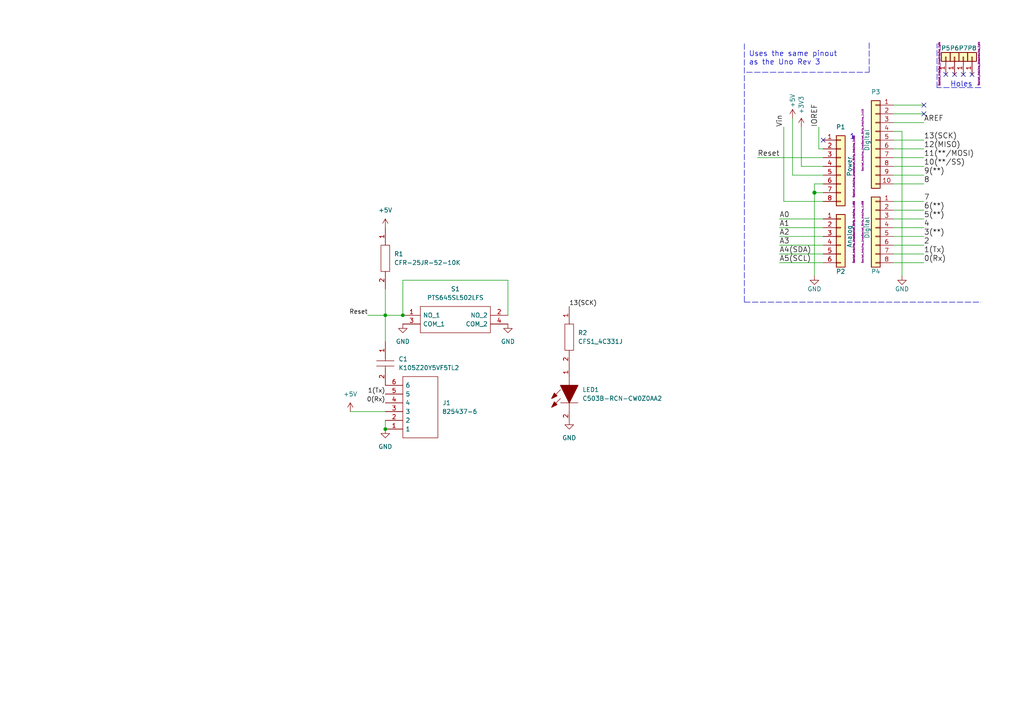
<source format=kicad_sch>
(kicad_sch (version 20211123) (generator eeschema)
  (paper "A4")
  (title_block (date "lun. 30 mars 2015"))
  (lib_symbols
    (symbol "Connector_Generic:Conn_01x01" (pin_names (offset 1.016) hide)
      (property "Reference" "J" (at 0 2.54 0))
      (property "Value" "Conn_01x01" (at 0 -2.54 0))
      (symbol "Conn_01x01_1_1"
        (rectangle (start -1.27 0.127) (end 0 -0.127) (stroke (width 0.1524)))
        (rectangle (start -1.27 1.27) (end 1.27 -1.27) (stroke (width 0.254)) (fill (type background)))
        (pin passive line (at -5.08 0 0) (length 3.81) (name "Pin_1") (number "1"))
      )
    )
    (symbol "Connector_Generic:Conn_01x06" (pin_names (offset 1.016) hide)
      (property "Reference" "J" (at 0 7.62 0))
      (property "Value" "Conn_01x06" (at 0 -10.16 0))
      (symbol "Conn_01x06_1_1"
        (rectangle (start -1.27 -7.493) (end 0 -7.747) (stroke (width 0.1524)))
        (rectangle (start -1.27 -4.953) (end 0 -5.207) (stroke (width 0.1524)))
        (rectangle (start -1.27 -2.413) (end 0 -2.667) (stroke (width 0.1524)))
        (rectangle (start -1.27 0.127) (end 0 -0.127) (stroke (width 0.1524)))
        (rectangle (start -1.27 2.667) (end 0 2.413) (stroke (width 0.1524)))
        (rectangle (start -1.27 5.207) (end 0 4.953) (stroke (width 0.1524)))
        (rectangle (start -1.27 6.35) (end 1.27 -8.89) (stroke (width 0.254)) (fill (type background)))
        (pin passive line (at -5.08 5.08 0) (length 3.81) (name "Pin_1") (number "1"))
        (pin passive line (at -5.08 2.54 0) (length 3.81) (name "Pin_2") (number "2"))
        (pin passive line (at -5.08 0 0) (length 3.81) (name "Pin_3") (number "3"))
        (pin passive line (at -5.08 -2.54 0) (length 3.81) (name "Pin_4") (number "4"))
        (pin passive line (at -5.08 -5.08 0) (length 3.81) (name "Pin_5") (number "5"))
        (pin passive line (at -5.08 -7.62 0) (length 3.81) (name "Pin_6") (number "6"))
      )
    )
    (symbol "Connector_Generic:Conn_01x08" (pin_names (offset 1.016) hide)
      (property "Reference" "J" (at 0 10.16 0))
      (property "Value" "Conn_01x08" (at 0 -12.7 0))
      (symbol "Conn_01x08_1_1"
        (rectangle (start -1.27 -10.033) (end 0 -10.287) (stroke (width 0.1524)))
        (rectangle (start -1.27 -7.493) (end 0 -7.747) (stroke (width 0.1524)))
        (rectangle (start -1.27 -4.953) (end 0 -5.207) (stroke (width 0.1524)))
        (rectangle (start -1.27 -2.413) (end 0 -2.667) (stroke (width 0.1524)))
        (rectangle (start -1.27 0.127) (end 0 -0.127) (stroke (width 0.1524)))
        (rectangle (start -1.27 2.667) (end 0 2.413) (stroke (width 0.1524)))
        (rectangle (start -1.27 5.207) (end 0 4.953) (stroke (width 0.1524)))
        (rectangle (start -1.27 7.747) (end 0 7.493) (stroke (width 0.1524)))
        (rectangle (start -1.27 8.89) (end 1.27 -11.43) (stroke (width 0.254)) (fill (type background)))
        (pin passive line (at -5.08 7.62 0) (length 3.81) (name "Pin_1") (number "1"))
        (pin passive line (at -5.08 5.08 0) (length 3.81) (name "Pin_2") (number "2"))
        (pin passive line (at -5.08 2.54 0) (length 3.81) (name "Pin_3") (number "3"))
        (pin passive line (at -5.08 0 0) (length 3.81) (name "Pin_4") (number "4"))
        (pin passive line (at -5.08 -2.54 0) (length 3.81) (name "Pin_5") (number "5"))
        (pin passive line (at -5.08 -5.08 0) (length 3.81) (name "Pin_6") (number "6"))
        (pin passive line (at -5.08 -7.62 0) (length 3.81) (name "Pin_7") (number "7"))
        (pin passive line (at -5.08 -10.16 0) (length 3.81) (name "Pin_8") (number "8"))
      )
    )
    (symbol "Connector_Generic:Conn_01x10" (pin_names (offset 1.016) hide)
      (property "Reference" "J" (at 0 12.7 0))
      (property "Value" "Conn_01x10" (at 0 -15.24 0))
      (symbol "Conn_01x10_1_1"
        (rectangle (start -1.27 -12.573) (end 0 -12.827) (stroke (width 0.1524)))
        (rectangle (start -1.27 -10.033) (end 0 -10.287) (stroke (width 0.1524)))
        (rectangle (start -1.27 -7.493) (end 0 -7.747) (stroke (width 0.1524)))
        (rectangle (start -1.27 -4.953) (end 0 -5.207) (stroke (width 0.1524)))
        (rectangle (start -1.27 -2.413) (end 0 -2.667) (stroke (width 0.1524)))
        (rectangle (start -1.27 0.127) (end 0 -0.127) (stroke (width 0.1524)))
        (rectangle (start -1.27 2.667) (end 0 2.413) (stroke (width 0.1524)))
        (rectangle (start -1.27 5.207) (end 0 4.953) (stroke (width 0.1524)))
        (rectangle (start -1.27 7.747) (end 0 7.493) (stroke (width 0.1524)))
        (rectangle (start -1.27 10.287) (end 0 10.033) (stroke (width 0.1524)))
        (rectangle (start -1.27 11.43) (end 1.27 -13.97) (stroke (width 0.254)) (fill (type background)))
        (pin passive line (at -5.08 10.16 0) (length 3.81) (name "Pin_1") (number "1"))
        (pin passive line (at -5.08 -12.7 0) (length 3.81) (name "Pin_10") (number "10"))
        (pin passive line (at -5.08 7.62 0) (length 3.81) (name "Pin_2") (number "2"))
        (pin passive line (at -5.08 5.08 0) (length 3.81) (name "Pin_3") (number "3"))
        (pin passive line (at -5.08 2.54 0) (length 3.81) (name "Pin_4") (number "4"))
        (pin passive line (at -5.08 0 0) (length 3.81) (name "Pin_5") (number "5"))
        (pin passive line (at -5.08 -2.54 0) (length 3.81) (name "Pin_6") (number "6"))
        (pin passive line (at -5.08 -5.08 0) (length 3.81) (name "Pin_7") (number "7"))
        (pin passive line (at -5.08 -7.62 0) (length 3.81) (name "Pin_8") (number "8"))
        (pin passive line (at -5.08 -10.16 0) (length 3.81) (name "Pin_9") (number "9"))
      )
    )
    (symbol "ardustack-io:825437-6" (pin_names (offset 0.762))
      (property "Reference" "J" (at 16.51 7.62 0))
      (property "Value" "825437-6" (at 16.51 5.08 0))
      (symbol "825437-6_0_0"
        (pin passive line (at 0 0 0) (length 5.08) (name "1") (number "1"))
        (pin passive line (at 0 -2.54 0) (length 5.08) (name "2") (number "2"))
        (pin passive line (at 0 -5.08 0) (length 5.08) (name "3") (number "3"))
        (pin passive line (at 0 -7.62 0) (length 5.08) (name "4") (number "4"))
        (pin passive line (at 0 -10.16 0) (length 5.08) (name "5") (number "5"))
        (pin passive line (at 0 -12.7 0) (length 5.08) (name "6") (number "6"))
      )
      (symbol "825437-6_0_1"
        (polyline (pts (xy 5.08 2.54) (xy 15.24 2.54) (xy 15.24 -15.24) (xy 5.08 -15.24) (xy 5.08 2.54)) (stroke (width 0.1524)))
      )
    )
    (symbol "ardustack-io:C503B-RCN-CW0Z0AA2" (pin_names (offset 0.762))
      (property "Reference" "LED" (at 12.7 8.89 0))
      (property "Value" "C503B-RCN-CW0Z0AA2" (at 12.7 6.35 0))
      (symbol "C503B-RCN-CW0Z0AA2_0_0"
        (pin passive line (at 15.24 0 180) (length 2.54) (name "~") (number "1"))
        (pin passive line (at 0 0 0) (length 2.54) (name "~") (number "2"))
      )
      (symbol "C503B-RCN-CW0Z0AA2_0_1"
        (polyline (pts (xy 2.54 0) (xy 5.08 0)) (stroke (width 0.1524)))
        (polyline (pts (xy 5.08 2.54) (xy 5.08 -2.54)) (stroke (width 0.1524)))
        (polyline (pts (xy 6.35 2.54) (xy 3.81 5.08)) (stroke (width 0.1524)))
        (polyline (pts (xy 8.89 2.54) (xy 6.35 5.08)) (stroke (width 0.1524)))
        (polyline (pts (xy 10.16 0) (xy 12.7 0)) (stroke (width 0.1524)))
        (polyline (pts (xy 5.08 0) (xy 10.16 2.54) (xy 10.16 -2.54) (xy 5.08 0)) (stroke (width 0.254)) (fill (type outline)))
        (polyline (pts (xy 5.334 4.318) (xy 4.572 3.556) (xy 3.81 5.08) (xy 5.334 4.318)) (stroke (width 0.254)) (fill (type outline)))
        (polyline (pts (xy 7.874 4.318) (xy 7.112 3.556) (xy 6.35 5.08) (xy 7.874 4.318)) (stroke (width 0.254)) (fill (type outline)))
      )
    )
    (symbol "ardustack-io:CFR-25JR-52-10K" (pin_names (offset 0.762))
      (property "Reference" "R" (at 13.97 6.35 0))
      (property "Value" "CFR-25JR-52-10K" (at 13.97 3.81 0))
      (symbol "CFR-25JR-52-10K_0_0"
        (pin passive line (at 0 0 0) (length 5.08) (name "~") (number "1"))
        (pin passive line (at 17.78 0 180) (length 5.08) (name "~") (number "2"))
      )
      (symbol "CFR-25JR-52-10K_0_1"
        (polyline (pts (xy 5.08 1.27) (xy 12.7 1.27) (xy 12.7 -1.27) (xy 5.08 -1.27) (xy 5.08 1.27)) (stroke (width 0.1524)))
      )
    )
    (symbol "ardustack-io:CFS1_4C331J" (pin_names (offset 0.762))
      (property "Reference" "R" (at 13.97 6.35 0))
      (property "Value" "CFS1_4C331J" (at 13.97 3.81 0))
      (symbol "CFS1_4C331J_0_0"
        (pin passive line (at 0 0 0) (length 5.08) (name "~") (number "1"))
        (pin passive line (at 17.78 0 180) (length 5.08) (name "~") (number "2"))
      )
      (symbol "CFS1_4C331J_0_1"
        (polyline (pts (xy 5.08 1.27) (xy 12.7 1.27) (xy 12.7 -1.27) (xy 5.08 -1.27) (xy 5.08 1.27)) (stroke (width 0.1524)))
      )
    )
    (symbol "ardustack-io:K105Z20Y5VF5TL2" (pin_names (offset 0.762))
      (property "Reference" "C" (at 8.89 6.35 0))
      (property "Value" "K105Z20Y5VF5TL2" (at 8.89 3.81 0))
      (symbol "K105Z20Y5VF5TL2_0_0"
        (pin passive line (at 0 0 0) (length 5.08) (name "~") (number "1"))
        (pin passive line (at 12.7 0 180) (length 5.08) (name "~") (number "2"))
      )
      (symbol "K105Z20Y5VF5TL2_0_1"
        (polyline (pts (xy 5.08 0) (xy 5.588 0)) (stroke (width 0.1524)))
        (polyline (pts (xy 5.588 2.54) (xy 5.588 -2.54)) (stroke (width 0.1524)))
        (polyline (pts (xy 7.112 0) (xy 7.62 0)) (stroke (width 0.1524)))
        (polyline (pts (xy 7.112 2.54) (xy 7.112 -2.54)) (stroke (width 0.1524)))
      )
    )
    (symbol "ardustack-io:PTS645SL502LFS" (pin_names (offset 0.762))
      (property "Reference" "S" (at 26.67 7.62 0))
      (property "Value" "PTS645SL502LFS" (at 26.67 5.08 0))
      (symbol "PTS645SL502LFS_0_0"
        (pin passive line (at 0 0 0) (length 5.08) (name "NO_1") (number "1"))
        (pin passive line (at 30.48 0 180) (length 5.08) (name "NO_2") (number "2"))
        (pin passive line (at 0 -2.54 0) (length 5.08) (name "COM_1") (number "3"))
        (pin passive line (at 30.48 -2.54 180) (length 5.08) (name "COM_2") (number "4"))
      )
      (symbol "PTS645SL502LFS_0_1"
        (polyline (pts (xy 5.08 2.54) (xy 25.4 2.54) (xy 25.4 -5.08) (xy 5.08 -5.08) (xy 5.08 2.54)) (stroke (width 0.1524)))
      )
    )
    (symbol "power:+3.3V" (power) (pin_names (offset 0))
      (property "Value" "+3.3V" (at 0 3.556 0))
      (symbol "+3.3V_0_1"
        (polyline (pts (xy -0.762 1.27) (xy 0 2.54)))
        (polyline (pts (xy 0 0) (xy 0 2.54)))
        (polyline (pts (xy 0 2.54) (xy 0.762 1.27)))
      )
      (symbol "+3.3V_1_1"
        (pin power_in line (at 0 0 90) (length 0) hide (name "+3V3") (number "1"))
      )
    )
    (symbol "power:+5V" (power) (pin_names (offset 0))
      (property "Value" "+5V" (at 0 3.556 0))
      (symbol "+5V_0_1"
        (polyline (pts (xy -0.762 1.27) (xy 0 2.54)))
        (polyline (pts (xy 0 0) (xy 0 2.54)))
        (polyline (pts (xy 0 2.54) (xy 0.762 1.27)))
      )
      (symbol "+5V_1_1"
        (pin power_in line (at 0 0 90) (length 0) hide (name "+5V") (number "1"))
      )
    )
    (symbol "power:GND" (power) (pin_names (offset 0))
      (property "Value" "GND" (at 0 -3.81 0))
      (symbol "GND_0_1"
        (polyline (pts (xy 0 0) (xy 0 -1.27) (xy 1.27 -1.27) (xy 0 -2.54) (xy -1.27 -1.27) (xy 0 -1.27)))
      )
      (symbol "GND_1_1"
        (pin power_in line (at 0 0 270) (length 0) hide (name "GND") (number "1"))
      )
    )
  )
  (junction (at 111.76 124.46))
  (junction (at 236.22 55.88) (diameter 1.016))
  (junction (at 116.84 91.44))
  (junction (at 111.76 91.44))
  (no_connect (at 267.97 30.48))
  (no_connect (at 267.97 33.02))
  (no_connect (at 279.4 21.59))
  (no_connect (at 274.32 21.59))
  (no_connect (at 276.86 21.59))
  (no_connect (at 281.94 21.59))
  (no_connect (at 238.76 40.64))
  (wire (pts (xy 238.76 48.26) (xy 232.41 48.26)))
  (wire (pts (xy 238.76 71.12) (xy 226.06 71.12)))
  (wire (pts (xy 116.84 81.28) (xy 147.32 81.28)))
  (polyline (pts (xy 252.095 20.955) (xy 252.095 12.065)) (stroke (width 0) (type dash)))
  (wire (pts (xy 111.76 83.82) (xy 111.76 91.44)))
  (wire (pts (xy 259.08 63.5) (xy 267.97 63.5)))
  (wire (pts (xy 111.76 121.92) (xy 111.76 124.46)))
  (wire (pts (xy 236.22 53.34) (xy 236.22 55.88)))
  (wire (pts (xy 259.08 43.18) (xy 267.97 43.18)))
  (wire (pts (xy 261.62 38.1) (xy 261.62 80.01)))
  (wire (pts (xy 238.76 53.34) (xy 236.22 53.34)))
  (wire (pts (xy 116.84 91.44) (xy 116.84 81.28)))
  (wire (pts (xy 259.08 53.34) (xy 267.97 53.34)))
  (wire (pts (xy 237.49 43.18) (xy 238.76 43.18)))
  (wire (pts (xy 238.76 50.8) (xy 229.87 50.8)))
  (wire (pts (xy 259.08 40.64) (xy 267.97 40.64)))
  (wire (pts (xy 259.08 58.42) (xy 267.97 58.42)))
  (wire (pts (xy 238.76 66.04) (xy 226.06 66.04)))
  (wire (pts (xy 259.08 30.48) (xy 267.97 30.48)))
  (wire (pts (xy 111.76 91.44) (xy 116.84 91.44)))
  (wire (pts (xy 259.08 71.12) (xy 267.97 71.12)))
  (wire (pts (xy 101.6 119.38) (xy 111.76 119.38)))
  (wire (pts (xy 106.68 91.44) (xy 111.76 91.44)))
  (wire (pts (xy 238.76 58.42) (xy 227.33 58.42)))
  (wire (pts (xy 238.76 63.5) (xy 226.06 63.5)))
  (wire (pts (xy 259.08 45.72) (xy 267.97 45.72)))
  (wire (pts (xy 238.76 73.66) (xy 226.06 73.66)))
  (polyline (pts (xy 284.48 25.4) (xy 271.78 25.4)) (stroke (width 0) (type dash)))
  (wire (pts (xy 111.76 91.44) (xy 111.76 99.06)))
  (wire (pts (xy 238.76 45.72) (xy 219.71 45.72)))
  (wire (pts (xy 259.08 38.1) (xy 261.62 38.1)))
  (wire (pts (xy 238.76 55.88) (xy 236.22 55.88)))
  (wire (pts (xy 259.08 50.8) (xy 267.97 50.8)))
  (wire (pts (xy 236.22 55.88) (xy 236.22 80.01)))
  (wire (pts (xy 227.33 58.42) (xy 227.33 36.83)))
  (polyline (pts (xy 215.9 87.63) (xy 284.48 87.63)) (stroke (width 0) (type dash)))
  (wire (pts (xy 259.08 68.58) (xy 267.97 68.58)))
  (wire (pts (xy 238.76 76.2) (xy 226.06 76.2)))
  (wire (pts (xy 259.08 73.66) (xy 267.97 73.66)))
  (polyline (pts (xy 271.78 25.4) (xy 271.78 12.7)) (stroke (width 0) (type dash)))
  (wire (pts (xy 259.08 60.96) (xy 267.97 60.96)))
  (wire (pts (xy 229.87 50.8) (xy 229.87 34.29)))
  (wire (pts (xy 259.08 33.02) (xy 267.97 33.02)))
  (wire (pts (xy 259.08 66.04) (xy 267.97 66.04)))
  (wire (pts (xy 259.08 35.56) (xy 267.97 35.56)))
  (polyline (pts (xy 215.9 12.7) (xy 215.9 87.63)) (stroke (width 0) (type dash)))
  (wire (pts (xy 232.41 48.26) (xy 232.41 36.83)))
  (wire (pts (xy 237.49 36.83) (xy 237.49 43.18)))
  (wire (pts (xy 147.32 81.28) (xy 147.32 91.44)))
  (wire (pts (xy 259.08 76.2) (xy 267.97 76.2)))
  (wire (pts (xy 259.08 48.26) (xy 267.97 48.26)))
  (wire (pts (xy 238.76 68.58) (xy 226.06 68.58)))
  (polyline (pts (xy 216.535 20.955) (xy 252.095 20.955)) (stroke (width 0) (type dash)))
  (text "Holes" (at 275.59 25.4 0) (effects (font (size 1.524 1.524)) (justify left bottom)))
  (text "Uses the same pinout\nas the Uno Rev 3" (at 217.17 19.05 0) (effects (font (size 1.524 1.524)) (justify left bottom)))
  (text "1" (at 246.38 40.64 0) (effects (font (size 1.524 1.524)) (justify left bottom)))
  (label "Vin" (at 227.33 36.83 90) (effects (font (size 1.524 1.524))))
  (label "0(Rx)" (at 267.97 76.2 0) (effects (font (size 1.524 1.524))))
  (label "A4(SDA)" (at 226.06 73.66 0) (effects (font (size 1.524 1.524))))
  (label "4" (at 267.97 66.04 0) (effects (font (size 1.524 1.524))))
  (label "Reset" (at 106.68 91.44 180))
  (label "5(**)" (at 267.97 63.5 0) (effects (font (size 1.524 1.524))))
  (label "A2" (at 226.06 68.58 0) (effects (font (size 1.524 1.524))))
  (label "A5(SCL)" (at 226.06 76.2 0) (effects (font (size 1.524 1.524))))
  (label "A0" (at 226.06 63.5 0) (effects (font (size 1.524 1.524))))
  (label "0(Rx)" (at 111.76 116.84 180))
  (label "A1" (at 226.06 66.04 0) (effects (font (size 1.524 1.524))))
  (label "10(**/SS)" (at 267.97 48.26 0) (effects (font (size 1.524 1.524))))
  (label "13(SCK)" (at 267.97 40.64 0) (effects (font (size 1.524 1.524))))
  (label "7" (at 267.97 58.42 0) (effects (font (size 1.524 1.524))))
  (label "A3" (at 226.06 71.12 0) (effects (font (size 1.524 1.524))))
  (label "Reset" (at 219.71 45.72 0) (effects (font (size 1.524 1.524))))
  (label "1(Tx)" (at 111.76 114.3 180))
  (label "2" (at 267.97 71.12 0) (effects (font (size 1.524 1.524))))
  (label "12(MISO)" (at 267.97 43.18 0) (effects (font (size 1.524 1.524))))
  (label "3(**)" (at 267.97 68.58 0) (effects (font (size 1.524 1.524))))
  (label "9(**)" (at 267.97 50.8 0) (effects (font (size 1.524 1.524))))
  (label "8" (at 267.97 53.34 0) (effects (font (size 1.524 1.524))))
  (label "IOREF" (at 237.49 36.83 90) (effects (font (size 1.524 1.524))))
  (label "13(SCK)" (at 165.1 88.9 0))
  (label "AREF" (at 267.97 35.56 0) (effects (font (size 1.524 1.524))))
  (label "11(**/MOSI)" (at 267.97 45.72 0) (effects (font (size 1.524 1.524))))
  (label "1(Tx)" (at 267.97 73.66 0) (effects (font (size 1.524 1.524))))
  (label "6(**)" (at 267.97 60.96 0) (effects (font (size 1.524 1.524))))
  (symbol (lib_id "Connector_Generic:Conn_01x08") (at 243.84 48.26 0) (unit 1)
    (property "Reference" "P1" (at 243.84 36.83 0))
    (property "Value" "Power" (at 246.38 48.26 90))
    (property "Footprint" "Socket_Arduino_Uno:Socket_Strip_Arduino_1x08" (at 247.65 48.26 90) (effects (font (size 0.508 0.508))))
  )
  (symbol (lib_id "power:+3.3V") (at 232.41 36.83 0) (unit 1)
    (property "Reference" "#PWR01" (effects hide))
    (property "Value" "+3.3V" (at 232.41 30.48 90))
  )
  (symbol (lib_id "power:+5V") (at 229.87 34.29 0) (unit 1)
    (property "Reference" "#PWR02" (effects hide))
    (property "Value" "+5V" (at 229.87 29.21 90))
  )
  (symbol (lib_id "power:GND") (at 236.22 80.01 0) (unit 1)
    (property "Reference" "#PWR03" (effects hide))
    (property "Value" "GND" (at 236.22 83.82 0))
  )
  (symbol (lib_id "power:GND") (at 261.62 80.01 0) (unit 1)
    (property "Reference" "#PWR04" (effects hide))
    (property "Value" "GND" (at 261.62 83.82 0))
  )
  (symbol (lib_id "Connector_Generic:Conn_01x06") (at 243.84 68.58 0) (unit 1)
    (property "Reference" "P2" (at 243.84 78.74 0))
    (property "Value" "Analog" (at 246.38 68.58 90))
    (property "Footprint" "Socket_Arduino_Uno:Socket_Strip_Arduino_1x06" (at 247.65 67.31 90) (effects (font (size 0.508 0.508))))
  )
  (symbol (lib_id "Connector_Generic:Conn_01x01") (at 274.32 16.51 90) (unit 1)
    (property "Reference" "P5" (at 274.32 13.97 90))
    (property "Value" "CONN_01X01" (effects hide))
    (property "Footprint" "Socket_Arduino_Uno:Arduino_1pin" (at 272.4404 18.5166 0) (effects (font (size 0.508 0.508))))
  )
  (symbol (lib_id "Connector_Generic:Conn_01x01") (at 276.86 16.51 90) (unit 1)
    (property "Reference" "P6" (at 276.86 13.97 90))
    (property "Value" "CONN_01X01" (effects hide))
    (property "Footprint" "Socket_Arduino_Uno:Arduino_1pin" (effects hide))
  )
  (symbol (lib_id "Connector_Generic:Conn_01x01") (at 279.4 16.51 90) (unit 1)
    (property "Reference" "P7" (at 279.4 13.97 90))
    (property "Value" "CONN_01X01" (effects hide))
    (property "Footprint" "Socket_Arduino_Uno:Arduino_1pin" (effects hide))
  )
  (symbol (lib_id "Connector_Generic:Conn_01x01") (at 281.94 16.51 90) (unit 1)
    (property "Reference" "P8" (at 281.94 13.97 90))
    (property "Value" "CONN_01X01" (effects hide))
    (property "Footprint" "Socket_Arduino_Uno:Arduino_1pin" (at 283.9212 18.4404 0) (effects (font (size 0.508 0.508))))
  )
  (symbol (lib_id "Connector_Generic:Conn_01x08") (at 254 66.04 0) (mirror y) (unit 1)
    (property "Reference" "P4" (at 254 78.74 0))
    (property "Value" "Digital" (at 251.46 66.04 90))
    (property "Footprint" "Socket_Arduino_Uno:Socket_Strip_Arduino_1x08" (at 250.19 67.31 90) (effects (font (size 0.508 0.508))))
  )
  (symbol (lib_id "Connector_Generic:Conn_01x10") (at 254 40.64 0) (mirror y) (unit 1)
    (property "Reference" "P3" (at 254 26.67 0))
    (property "Value" "Digital" (at 251.46 40.64 90))
    (property "Footprint" "Socket_Arduino_Uno:Socket_Strip_Arduino_1x10" (at 250.19 40.64 90) (effects (font (size 0.508 0.508))))
  )
  (symbol (lib_id "power:GND") (at 111.76 124.46 0) (unit 1)
    (property "Reference" "#PWR07" (effects hide))
    (property "Value" "GND" (at 111.76 129.54 0))
  )
  (symbol (lib_id "ardustack-io:K105Z20Y5VF5TL2") (at 111.76 99.06 270) (unit 1)
    (property "Reference" "C1" (at 115.57 104.1399 90) (effects (justify left)))
    (property "Value" "K105Z20Y5VF5TL2" (at 115.57 106.6799 90) (effects (justify left)))
    (property "Footprint" "ardustack-io:K105Z20Y5VF5TL2" (effects hide))
    (property "Datasheet" "http://www.vishay.com/docs/45171/kseries.pdf" (effects hide))
    (property "Description" "Vishay 1uF MLCC 50V dc -20  +80% , Through Hole K105Z20Y5VF5TL2" (effects hide))
    (property "Height" "6.6" (effects hide))
    (property "Manufacturer_Name" "Vishay" (effects hide))
    (property "Manufacturer_Part_Number" "K105Z20Y5VF5TL2" (effects hide))
    (property "Mouser Part Number" "594-K105Z20Y5VF5TL2" (effects hide))
    (property "Mouser Price/Stock" "https://www.mouser.co.uk/ProductDetail/Vishay-BC-Components/K105Z20Y5VF5TL2?qs=fflMSwnno4ytfjP0q4obmw%3D%3D" (effects hide))
    (property "Arrow Part Number" "K105Z20Y5VF5TL2" (effects hide))
    (property "Arrow Price/Stock" "https://www.arrow.com/en/products/k105z20y5vf5tl2/vishay?region=nac" (effects hide))
  )
  (symbol (lib_id "ardustack-io:PTS645SL502LFS") (at 116.84 91.44 0) (unit 1)
    (property "Reference" "S1" (at 132.08 83.82 0))
    (property "Value" "PTS645SL502LFS" (at 132.08 86.36 0))
    (property "Footprint" "ardustack-io:PTS645SL502LFS" (effects hide))
    (property "Datasheet" "https://www.mouser.com/datasheet/2/60/pts645-965362.pdf" (effects hide))
    (property "Description" "Tactile Switches SWITCH TACTILE" (effects hide))
    (property "Height" "4.4" (effects hide))
    (property "Manufacturer_Name" "C & K COMPONENTS" (effects hide))
    (property "Manufacturer_Part_Number" "PTS645SL502LFS" (effects hide))
    (property "Mouser Part Number" "611-PTS645SL502" (effects hide))
    (property "Mouser Price/Stock" "https://www.mouser.co.uk/ProductDetail/CK/PTS645SL502LFS?qs=UxeAxwACbqm88cEAxDT3kg%3D%3D" (effects hide))
  )
  (symbol (lib_id "ardustack-io:C503B-RCN-CW0Z0AA2") (at 165.1 121.92 90) (unit 1)
    (property "Reference" "LED1" (at 168.91 113.0299 90) (effects (justify right)))
    (property "Value" "C503B-RCN-CW0Z0AA2" (at 168.91 115.5699 90) (effects (justify right)))
    (property "Footprint" "ardustack-io:C503BRCNCW0Z0AA2" (effects hide))
    (property "Datasheet" "https://www.cree.com/led-components/media/documents/C503B-RAS-RAN-AAS-AAN-RBS-RBN-ABS-ABN-RCS-RCN-ACS-ACN-1079.pdf" (effects hide))
    (property "Description" "Cree C503B-RCN-CW0Z0AA2 Red LED, 630 nm, 5mm (T-1 3/4), Round Lens Through Hole Package" (effects hide))
    (property "Height" "10.3" (effects hide))
    (property "Manufacturer_Name" "Cree, Inc." (effects hide))
    (property "Manufacturer_Part_Number" "C503B-RCN-CW0Z0AA2" (effects hide))
    (property "Mouser Part Number" "941-C503BRCNCW0Z0AA2" (effects hide))
    (property "Mouser Price/Stock" "https://www.mouser.co.uk/ProductDetail/Cree-Inc/C503B-RCN-CW0Z0AA2/?qs=D3QG1iK7Fqi9NpEpLN2Agw%3D%3D" (effects hide))
  )
  (symbol (lib_id "power:GND") (at 165.1 121.92 0) (unit 1)
    (property "Reference" "#PWR010" (effects hide))
    (property "Value" "GND" (at 165.1 127 0))
  )
  (symbol (lib_id "ardustack-io:CFS1_4C331J") (at 165.1 88.9 270) (unit 1)
    (property "Reference" "R2" (at 167.64 96.5199 90) (effects (justify left)))
    (property "Value" "CFS1_4C331J" (at 167.64 99.0599 90) (effects (justify left)))
    (property "Footprint" "ardustack-io:RESAD1020W45L320D175" (effects hide))
    (property "Datasheet" "https://componentsearchengine.com/Datasheets/1/CFS1_4C331J.pdf" (effects hide))
    (property "Description" "resistors,carbon film,wirewound,330ohm" (effects hide))
    (property "Manufacturer_Name" "KOA Speer" (effects hide))
    (property "Manufacturer_Part_Number" "CFS1/4C331J" (effects hide))
    (property "Mouser Part Number" "660-CFS1/4C331J" (effects hide))
    (property "Mouser Price/Stock" "https://www.mouser.co.uk/ProductDetail/KOA-Speer/CFS1-4C331J?qs=9IB2bDhijq9atve5rAHAOQ%3D%3D" (effects hide))
    (property "Arrow Part Number" "CFS1/4C331J" (effects hide))
    (property "Arrow Price/Stock" "https://www.arrow.com/en/products/cfs14c331j/koa-speer-electronics" (effects hide))
  )
  (symbol (lib_id "ardustack-io:825437-6") (at 111.76 124.46 0) (mirror x) (unit 1)
    (property "Reference" "J1" (at 129.54 116.84 0))
    (property "Value" "825437-6" (at 133.35 119.38 0))
    (property "Footprint" "ardustack-io:825437-6" (effects hide))
    (property "Datasheet" "https://componentsearchengine.com/Datasheets/2/825437-6.pdf" (effects hide))
    (property "Description" "AMP MODU 2-economy r/a PCB header 6W TE Connectivity AMPMODU Mod II Series, 2.54mm Pitch 6 Way 1 Row Right Angle Pin Header, Through Hole" (effects hide))
    (property "Manufacturer_Name" "TE Connectivity" (effects hide))
    (property "Manufacturer_Part_Number" "825437-6" (effects hide))
    (property "Mouser Part Number" "571-825437-6" (effects hide))
    (property "Mouser Price/Stock" "https://www.mouser.com/Search/Refine.aspx?Keyword=571-825437-6" (effects hide))
    (property "Arrow Part Number" "825437-6" (effects hide))
    (property "Arrow Price/Stock" "https://www.arrow.com/en/products/825437-6/te-connectivity" (effects hide))
  )
  (symbol (lib_id "power:+5V") (at 101.6 119.38 0) (unit 1)
    (property "Reference" "#PWR05" (effects hide))
    (property "Value" "+5V" (at 101.6 114.3 0))
  )
  (symbol (lib_id "ardustack-io:CFR-25JR-52-10K") (at 111.76 66.04 270) (unit 1)
    (property "Reference" "R1" (at 114.3 73.6599 90) (effects (justify left)))
    (property "Value" "CFR-25JR-52-10K" (at 114.3 76.1999 90) (effects (justify left)))
    (property "Footprint" "ardustack-io:RESAD1590W60L630D240" (effects hide))
    (property "Datasheet" "https://componentsearchengine.com/Datasheets/1/CFR-25JR-52-10K.pdf" (effects hide))
    (property "Description" "Carbon Film Resistors - Through Hole 10K ohm 1/4W 5%" (effects hide))
    (property "Manufacturer_Name" "YAGEO (PHYCOMP)" (effects hide))
    (property "Manufacturer_Part_Number" "CFR-25JR-52-10K" (effects hide))
    (property "Mouser Part Number" "603-CFR-25JR-5210K" (effects hide))
    (property "Mouser Price/Stock" "https://www.mouser.com/Search/Refine.aspx?Keyword=603-CFR-25JR-5210K" (effects hide))
    (property "Arrow Part Number" "CFR-25JR-52-10K" (effects hide))
    (property "Arrow Price/Stock" "https://www.arrow.com/en/products/cfr-25jr-52-10k/yageo" (effects hide))
  )
  (symbol (lib_id "power:GND") (at 147.32 93.98 0) (unit 1)
    (property "Reference" "#PWR09" (effects hide))
    (property "Value" "GND" (at 147.32 99.06 0))
  )
  (symbol (lib_id "power:GND") (at 116.84 93.98 0) (unit 1)
    (property "Reference" "#PWR08" (effects hide))
    (property "Value" "GND" (at 116.84 99.06 0))
  )
  (symbol (lib_id "power:+5V") (at 111.76 66.04 0) (unit 1)
    (property "Reference" "#PWR06" (effects hide))
    (property "Value" "+5V" (at 111.76 60.96 0))
  )
)
</source>
